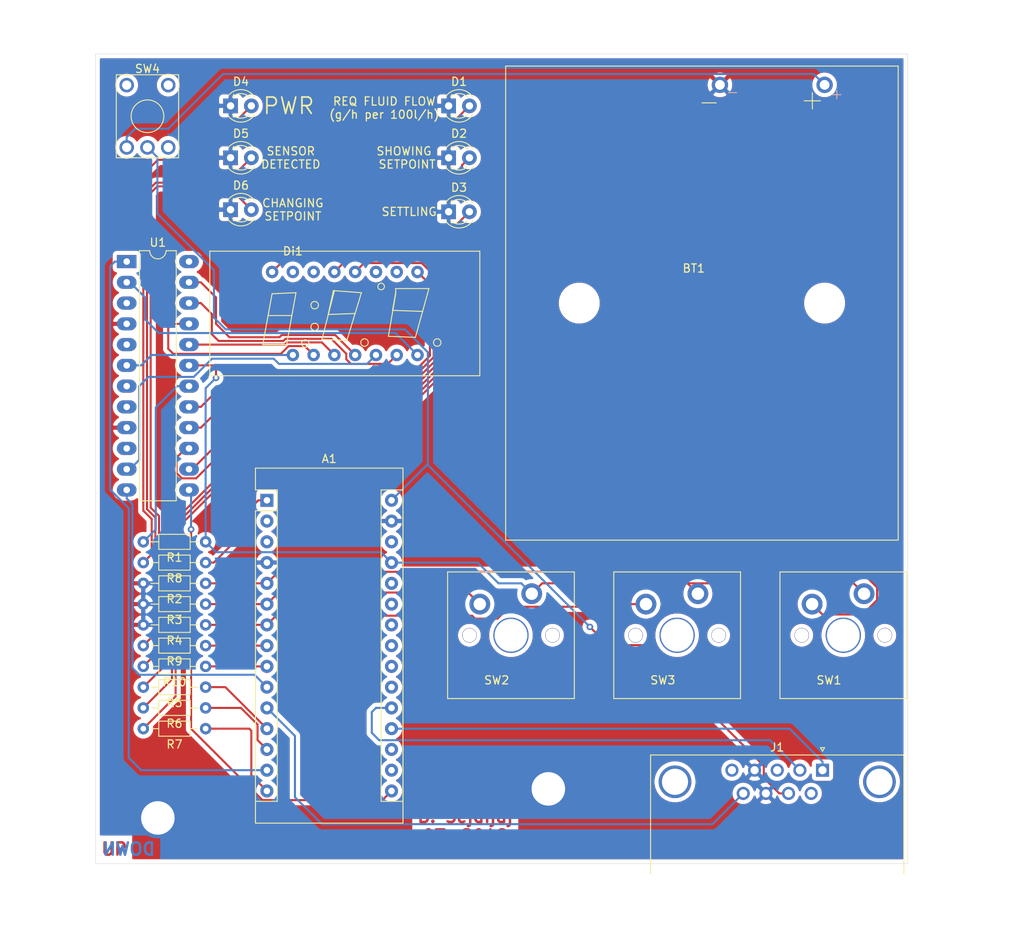
<source format=kicad_pcb>
(kicad_pcb (version 20171130) (host pcbnew "(5.1.0)-1")
  (layers (0 F.Cu signal) (31 B.Cu signal) (34 B.Paste user) (35 F.Paste user) (36 B.SilkS user) (37 F.SilkS user) (38 B.Mask user) (39 F.Mask user) (44 Edge.Cuts user))
  (net 0 "")
  (net 1 /D1)
  (net 2 +3V3)
  (net 3 "Net-(A1-Pad2)")
  (net 4 "Net-(A1-Pad18)")
  (net 5 "Net-(A1-Pad3)")
  (net 6 /A0)
  (net 7 GND)
  (net 8 /A1)
  (net 9 /D2)
  (net 10 "Net-(A1-Pad21)")
  (net 11 /D3)
  (net 12 "Net-(A1-Pad22)")
  (net 13 /D4)
  (net 14 "Net-(A1-Pad23)")
  (net 15 /D5)
  (net 16 "Net-(A1-Pad24)")
  (net 17 /D6)
  (net 18 "Net-(A1-Pad25)")
  (net 19 /D7)
  (net 20 "Net-(A1-Pad26)")
  (net 21 /D8)
  (net 22 +5V)
  (net 23 /D9)
  (net 24 "Net-(A1-Pad28)")
  (net 25 /D10)
  (net 26 /D11)
  (net 27 VCC)
  (net 28 /D12)
  (net 29 /D13)
  (net 30 "Net-(BT1-Pad1)")
  (net 31 "Net-(D1-Pad2)")
  (net 32 "Net-(D2-Pad2)")
  (net 33 "Net-(D3-Pad2)")
  (net 34 "Net-(D4-Pad2)")
  (net 35 "Net-(D5-Pad2)")
  (net 36 "Net-(D6-Pad2)")
  (net 37 /Di2)
  (net 38 /SE)
  (net 39 /SC)
  (net 40 /SD)
  (net 41 /Di1)
  (net 42 /SDP)
  (net 43 /Di0)
  (net 44 /SG)
  (net 45 "Net-(Di1-Pad9)")
  (net 46 "Net-(Di1-Pad10)")
  (net 47 /SB)
  (net 48 /SA)
  (net 49 "Net-(Di1-Pad13)")
  (net 50 "Net-(Di1-Pad14)")
  (net 51 /SF)
  (net 52 "Net-(J1-Pad3)")
  (net 53 "Net-(J1-Pad5)")
  (net 54 "Net-(J1-Pad6)")
  (net 55 "Net-(R1-Pad2)")
  (net 56 "Net-(U1-Pad3)")
  (net 57 "Net-(U1-Pad5)")
  (net 58 "Net-(U1-Pad7)")
  (net 59 "Net-(U1-Pad8)")
  (net 60 "Net-(U1-Pad10)")
  (net 61 "Net-(U1-Pad24)")
  (net 62 "Net-(SW4-Pad3)")
  (module Module:Arduino_Nano (layer F.Cu) (at 116.205 114.3)
    (fp_text reference A1 (at 7.62 -5.08) (layer F.SilkS))
    (fp_text value Arduino_Nano_v3.x)
    (pad 1 thru_hole rect (at 0 0) (size 1.6 1.6) (drill 0.8) (layers *.Cu *.Mask) (net 1 /D1))
    (pad 17 thru_hole oval (at 15.24 33.02) (size 1.6 1.6) (drill 0.8) (layers *.Cu *.Mask) (net 2 +3V3))
    (pad 2 thru_hole oval (at 0 2.54) (size 1.6 1.6) (drill 0.8) (layers *.Cu *.Mask) (net 3 "Net-(A1-Pad2)"))
    (pad 18 thru_hole oval (at 15.24 30.48) (size 1.6 1.6) (drill 0.8) (layers *.Cu *.Mask) (net 4 "Net-(A1-Pad18)"))
    (pad 3 thru_hole oval (at 0 5.08) (size 1.6 1.6) (drill 0.8) (layers *.Cu *.Mask) (net 5 "Net-(A1-Pad3)"))
    (pad 19 thru_hole oval (at 15.24 27.94) (size 1.6 1.6) (drill 0.8) (layers *.Cu *.Mask) (net 6 /A0))
    (pad 4 thru_hole oval (at 0 7.62) (size 1.6 1.6) (drill 0.8) (layers *.Cu *.Mask) (net 7 GND))
    (pad 20 thru_hole oval (at 15.24 25.4) (size 1.6 1.6) (drill 0.8) (layers *.Cu *.Mask) (net 8 /A1))
    (pad 5 thru_hole oval (at 0 10.16) (size 1.6 1.6) (drill 0.8) (layers *.Cu *.Mask) (net 9 /D2))
    (pad 21 thru_hole oval (at 15.24 22.86) (size 1.6 1.6) (drill 0.8) (layers *.Cu *.Mask) (net 10 "Net-(A1-Pad21)"))
    (pad 6 thru_hole oval (at 0 12.7) (size 1.6 1.6) (drill 0.8) (layers *.Cu *.Mask) (net 11 /D3))
    (pad 22 thru_hole oval (at 15.24 20.32) (size 1.6 1.6) (drill 0.8) (layers *.Cu *.Mask) (net 12 "Net-(A1-Pad22)"))
    (pad 7 thru_hole oval (at 0 15.24) (size 1.6 1.6) (drill 0.8) (layers *.Cu *.Mask) (net 13 /D4))
    (pad 23 thru_hole oval (at 15.24 17.78) (size 1.6 1.6) (drill 0.8) (layers *.Cu *.Mask) (net 14 "Net-(A1-Pad23)"))
    (pad 8 thru_hole oval (at 0 17.78) (size 1.6 1.6) (drill 0.8) (layers *.Cu *.Mask) (net 15 /D5))
    (pad 24 thru_hole oval (at 15.24 15.24) (size 1.6 1.6) (drill 0.8) (layers *.Cu *.Mask) (net 16 "Net-(A1-Pad24)"))
    (pad 9 thru_hole oval (at 0 20.32) (size 1.6 1.6) (drill 0.8) (layers *.Cu *.Mask) (net 17 /D6))
    (pad 25 thru_hole oval (at 15.24 12.7) (size 1.6 1.6) (drill 0.8) (layers *.Cu *.Mask) (net 18 "Net-(A1-Pad25)"))
    (pad 10 thru_hole oval (at 0 22.86) (size 1.6 1.6) (drill 0.8) (layers *.Cu *.Mask) (net 19 /D7))
    (pad 26 thru_hole oval (at 15.24 10.16) (size 1.6 1.6) (drill 0.8) (layers *.Cu *.Mask) (net 20 "Net-(A1-Pad26)"))
    (pad 11 thru_hole oval (at 0 25.4) (size 1.6 1.6) (drill 0.8) (layers *.Cu *.Mask) (net 21 /D8))
    (pad 27 thru_hole oval (at 15.24 7.62) (size 1.6 1.6) (drill 0.8) (layers *.Cu *.Mask) (net 22 +5V))
    (pad 12 thru_hole oval (at 0 27.94) (size 1.6 1.6) (drill 0.8) (layers *.Cu *.Mask) (net 23 /D9))
    (pad 28 thru_hole oval (at 15.24 5.08) (size 1.6 1.6) (drill 0.8) (layers *.Cu *.Mask) (net 24 "Net-(A1-Pad28)"))
    (pad 13 thru_hole oval (at 0 30.48) (size 1.6 1.6) (drill 0.8) (layers *.Cu *.Mask) (net 25 /D10))
    (pad 29 thru_hole oval (at 15.24 2.54) (size 1.6 1.6) (drill 0.8) (layers *.Cu *.Mask) (net 7 GND))
    (pad 14 thru_hole oval (at 0 33.02) (size 1.6 1.6) (drill 0.8) (layers *.Cu *.Mask) (net 26 /D11))
    (pad 30 thru_hole oval (at 15.24 0) (size 1.6 1.6) (drill 0.8) (layers *.Cu *.Mask) (net 27 VCC))
    (pad 15 thru_hole oval (at 0 35.56) (size 1.6 1.6) (drill 0.8) (layers *.Cu *.Mask) (net 28 /D12))
    (pad 16 thru_hole oval (at 15.24 35.56) (size 1.6 1.6) (drill 0.8) (layers *.Cu *.Mask) (net 29 /D13))
  )
  (module 00__Besi:BATT_PACK (layer F.Cu) (at 184.404 90.17 180)
    (fp_text reference BT1 (at 16 4.25 180) (layer F.SilkS))
    (fp_text value Battery)
    (pad 1 thru_hole circle (at 0 26.7 180) (size 2 2) (drill 1.2) (layers *.Cu *.Mask) (net 30 "Net-(BT1-Pad1)"))
    (pad 2 thru_hole circle (at 12.8 26.7 180) (size 2 2) (drill 1.2) (layers *.Cu *.Mask) (net 7 GND))
    (pad "" np_thru_hole circle (at 0 0 180) (size 4 4) (drill 4) (layers *.Cu *.Mask))
    (pad "" np_thru_hole circle (at 30 0 180) (size 4 4) (drill 4) (layers *.Cu *.Mask))
  )
  (module LED_THT:LED_D3.0mm (layer F.Cu) (at 138.43 66.04)
    (fp_text reference D1 (at 1.27 -2.96) (layer F.SilkS))
    (fp_text value LED)
    (pad 1 thru_hole rect (at 0 0) (size 1.8 1.8) (drill 0.9) (layers *.Cu *.Mask) (net 7 GND))
    (pad 2 thru_hole circle (at 2.54 0) (size 1.8 1.8) (drill 0.9) (layers *.Cu *.Mask) (net 31 "Net-(D1-Pad2)"))
  )
  (module LED_THT:LED_D3.0mm (layer F.Cu) (at 138.43 72.39)
    (fp_text reference D2 (at 1.27 -2.96) (layer F.SilkS))
    (fp_text value LED)
    (pad 2 thru_hole circle (at 2.54 0) (size 1.8 1.8) (drill 0.9) (layers *.Cu *.Mask) (net 32 "Net-(D2-Pad2)"))
    (pad 1 thru_hole rect (at 0 0) (size 1.8 1.8) (drill 0.9) (layers *.Cu *.Mask) (net 7 GND))
  )
  (module LED_THT:LED_D3.0mm (layer F.Cu) (at 138.43 78.994)
    (fp_text reference D3 (at 1.27 -2.96) (layer F.SilkS))
    (fp_text value LED)
    (pad 1 thru_hole rect (at 0 0) (size 1.8 1.8) (drill 0.9) (layers *.Cu *.Mask) (net 7 GND))
    (pad 2 thru_hole circle (at 2.54 0) (size 1.8 1.8) (drill 0.9) (layers *.Cu *.Mask) (net 33 "Net-(D3-Pad2)"))
  )
  (module LED_THT:LED_D3.0mm (layer F.Cu) (at 111.76 66.04)
    (fp_text reference D4 (at 1.27 -2.96) (layer F.SilkS))
    (fp_text value LED)
    (pad 2 thru_hole circle (at 2.54 0) (size 1.8 1.8) (drill 0.9) (layers *.Cu *.Mask) (net 34 "Net-(D4-Pad2)"))
    (pad 1 thru_hole rect (at 0 0) (size 1.8 1.8) (drill 0.9) (layers *.Cu *.Mask) (net 7 GND))
  )
  (module LED_THT:LED_D3.0mm (layer F.Cu) (at 111.76 72.39)
    (fp_text reference D5 (at 1.27 -2.96) (layer F.SilkS))
    (fp_text value LED)
    (pad 1 thru_hole rect (at 0 0) (size 1.8 1.8) (drill 0.9) (layers *.Cu *.Mask) (net 7 GND))
    (pad 2 thru_hole circle (at 2.54 0) (size 1.8 1.8) (drill 0.9) (layers *.Cu *.Mask) (net 35 "Net-(D5-Pad2)"))
  )
  (module LED_THT:LED_D3.0mm (layer F.Cu) (at 111.76 78.74)
    (fp_text reference D6 (at 1.27 -2.96) (layer F.SilkS))
    (fp_text value LED)
    (pad 2 thru_hole circle (at 2.54 0) (size 1.8 1.8) (drill 0.9) (layers *.Cu *.Mask) (net 36 "Net-(D6-Pad2)"))
    (pad 1 thru_hole rect (at 0 0) (size 1.8 1.8) (drill 0.9) (layers *.Cu *.Mask) (net 7 GND))
  )
  (module 00__Besi:HDSP-433G (layer F.Cu) (at 119.38 86.36)
    (fp_text reference Di1 (at 0 -2.54) (layer F.SilkS))
    (fp_text value HDSP-433G)
    (pad 1 thru_hole circle (at 0 10.16) (size 1.524 1.524) (drill 0.762) (layers *.Cu *.Mask) (net 37 /Di2))
    (pad 2 thru_hole circle (at 2.54 10.16) (size 1.524 1.524) (drill 0.762) (layers *.Cu *.Mask) (net 38 /SE))
    (pad 3 thru_hole circle (at 5.08 10.16) (size 1.524 1.524) (drill 0.762) (layers *.Cu *.Mask) (net 39 /SC))
    (pad 4 thru_hole circle (at 7.62 10.16) (size 1.524 1.524) (drill 0.762) (layers *.Cu *.Mask) (net 40 /SD))
    (pad 5 thru_hole circle (at 10.16 10.16) (size 1.524 1.524) (drill 0.762) (layers *.Cu *.Mask) (net 41 /Di1))
    (pad 6 thru_hole circle (at 12.7 10.16) (size 1.524 1.524) (drill 0.762) (layers *.Cu *.Mask) (net 42 /SDP))
    (pad 7 thru_hole circle (at 15.24 10.16) (size 1.524 1.524) (drill 0.762) (layers *.Cu *.Mask) (net 43 /Di0))
    (pad 8 thru_hole circle (at 15.24 0) (size 1.524 1.524) (drill 0.762) (layers *.Cu *.Mask) (net 44 /SG))
    (pad 9 thru_hole circle (at 12.7 0) (size 1.524 1.524) (drill 0.762) (layers *.Cu *.Mask) (net 45 "Net-(Di1-Pad9)"))
    (pad 10 thru_hole circle (at 10.16 0) (size 1.524 1.524) (drill 0.762) (layers *.Cu *.Mask) (net 46 "Net-(Di1-Pad10)"))
    (pad 11 thru_hole circle (at 7.62 0) (size 1.524 1.524) (drill 0.762) (layers *.Cu *.Mask) (net 47 /SB))
    (pad 12 thru_hole circle (at 5.08 0) (size 1.524 1.524) (drill 0.762) (layers *.Cu *.Mask) (net 48 /SA))
    (pad 13 thru_hole circle (at 2.54 0) (size 1.524 1.524) (drill 0.762) (layers *.Cu *.Mask) (net 49 "Net-(Di1-Pad13)"))
    (pad 14 thru_hole circle (at 0 0) (size 1.524 1.524) (drill 0.762) (layers *.Cu *.Mask) (net 50 "Net-(Di1-Pad14)"))
    (pad 15 thru_hole circle (at -2.54 0) (size 1.524 1.524) (drill 0.762) (layers *.Cu *.Mask) (net 51 /SF))
  )
  (module Connector_Dsub:DSUB-9_Female_Horizontal_P2.77x2.84mm_EdgePinOffset9.90mm_Housed_MountingHolesOffset11.32mm (layer F.Cu) (at 184.15 147.32)
    (fp_text reference J1 (at -5.54 -2.8) (layer F.SilkS))
    (fp_text value DB9_Female)
    (pad 1 thru_hole rect (at 0 0) (size 1.6 1.6) (drill 1) (layers *.Cu *.Mask) (net 6 /A0))
    (pad 2 thru_hole circle (at -2.77 0) (size 1.6 1.6) (drill 1) (layers *.Cu *.Mask) (net 8 /A1))
    (pad 3 thru_hole circle (at -5.54 0) (size 1.6 1.6) (drill 1) (layers *.Cu *.Mask) (net 52 "Net-(J1-Pad3)"))
    (pad 4 thru_hole circle (at -8.31 0) (size 1.6 1.6) (drill 1) (layers *.Cu *.Mask) (net 7 GND))
    (pad 5 thru_hole circle (at -11.08 0) (size 1.6 1.6) (drill 1) (layers *.Cu *.Mask) (net 53 "Net-(J1-Pad5)"))
    (pad 6 thru_hole circle (at -1.385 2.84) (size 1.6 1.6) (drill 1) (layers *.Cu *.Mask) (net 54 "Net-(J1-Pad6)"))
    (pad 7 thru_hole circle (at -4.155 2.84) (size 1.6 1.6) (drill 1) (layers *.Cu *.Mask) (net 27 VCC))
    (pad 8 thru_hole circle (at -6.925 2.84) (size 1.6 1.6) (drill 1) (layers *.Cu *.Mask) (net 7 GND))
    (pad 9 thru_hole circle (at -9.695 2.84) (size 1.6 1.6) (drill 1) (layers *.Cu *.Mask) (net 21 /D8))
    (pad 0 thru_hole circle (at -18.04 1.42) (size 4 4) (drill 3.2) (layers *.Cu *.Mask))
    (pad 0 thru_hole circle (at 6.96 1.42) (size 4 4) (drill 3.2) (layers *.Cu *.Mask))
  )
  (module Resistor_THT:R_Axial_DIN0204_L3.6mm_D1.6mm_P7.62mm_Horizontal (layer F.Cu) (at 108.712 119.38 180)
    (fp_text reference R1 (at 3.81 -1.92 180) (layer F.SilkS))
    (fp_text value 30k)
    (pad 1 thru_hole circle (at 0 0 180) (size 1.4 1.4) (drill 0.7) (layers *.Cu *.Mask) (net 22 +5V))
    (pad 2 thru_hole oval (at 7.62 0 180) (size 1.4 1.4) (drill 0.7) (layers *.Cu *.Mask) (net 55 "Net-(R1-Pad2)"))
  )
  (module Resistor_THT:R_Axial_DIN0204_L3.6mm_D1.6mm_P7.62mm_Horizontal (layer F.Cu) (at 108.712 124.46 180)
    (fp_text reference R2 (at 3.81 -1.92 180) (layer F.SilkS))
    (fp_text value R)
    (pad 1 thru_hole circle (at 0 0 180) (size 1.4 1.4) (drill 0.7) (layers *.Cu *.Mask) (net 9 /D2))
    (pad 2 thru_hole oval (at 7.62 0 180) (size 1.4 1.4) (drill 0.7) (layers *.Cu *.Mask) (net 7 GND))
  )
  (module Resistor_THT:R_Axial_DIN0204_L3.6mm_D1.6mm_P7.62mm_Horizontal (layer F.Cu) (at 108.712 127 180)
    (fp_text reference R3 (at 3.81 -1.92 180) (layer F.SilkS))
    (fp_text value R)
    (pad 2 thru_hole oval (at 7.62 0 180) (size 1.4 1.4) (drill 0.7) (layers *.Cu *.Mask) (net 7 GND))
    (pad 1 thru_hole circle (at 0 0 180) (size 1.4 1.4) (drill 0.7) (layers *.Cu *.Mask) (net 11 /D3))
  )
  (module Resistor_THT:R_Axial_DIN0204_L3.6mm_D1.6mm_P7.62mm_Horizontal (layer F.Cu) (at 108.712 129.54 180)
    (fp_text reference R4 (at 3.81 -1.92 180) (layer F.SilkS))
    (fp_text value R)
    (pad 1 thru_hole circle (at 0 0 180) (size 1.4 1.4) (drill 0.7) (layers *.Cu *.Mask) (net 13 /D4))
    (pad 2 thru_hole oval (at 7.62 0 180) (size 1.4 1.4) (drill 0.7) (layers *.Cu *.Mask) (net 7 GND))
  )
  (module Resistor_THT:R_Axial_DIN0204_L3.6mm_D1.6mm_P7.62mm_Horizontal (layer F.Cu) (at 108.712 137.16 180)
    (fp_text reference R5 (at 3.81 -1.92 180) (layer F.SilkS))
    (fp_text value R)
    (pad 2 thru_hole oval (at 7.62 0 180) (size 1.4 1.4) (drill 0.7) (layers *.Cu *.Mask) (net 31 "Net-(D1-Pad2)"))
    (pad 1 thru_hole circle (at 0 0 180) (size 1.4 1.4) (drill 0.7) (layers *.Cu *.Mask) (net 23 /D9))
  )
  (module Resistor_THT:R_Axial_DIN0204_L3.6mm_D1.6mm_P7.62mm_Horizontal (layer F.Cu) (at 108.712 139.7 180)
    (fp_text reference R6 (at 3.81 -1.92 180) (layer F.SilkS))
    (fp_text value R)
    (pad 1 thru_hole circle (at 0 0 180) (size 1.4 1.4) (drill 0.7) (layers *.Cu *.Mask) (net 25 /D10))
    (pad 2 thru_hole oval (at 7.62 0 180) (size 1.4 1.4) (drill 0.7) (layers *.Cu *.Mask) (net 32 "Net-(D2-Pad2)"))
  )
  (module Resistor_THT:R_Axial_DIN0204_L3.6mm_D1.6mm_P7.62mm_Horizontal (layer F.Cu) (at 108.712 142.24 180)
    (fp_text reference R7 (at 3.81 -1.92 180) (layer F.SilkS))
    (fp_text value R)
    (pad 2 thru_hole oval (at 7.62 0 180) (size 1.4 1.4) (drill 0.7) (layers *.Cu *.Mask) (net 33 "Net-(D3-Pad2)"))
    (pad 1 thru_hole circle (at 0 0 180) (size 1.4 1.4) (drill 0.7) (layers *.Cu *.Mask) (net 28 /D12))
  )
  (module Resistor_THT:R_Axial_DIN0204_L3.6mm_D1.6mm_P7.62mm_Horizontal (layer F.Cu) (at 108.712 121.92 180)
    (fp_text reference R8 (at 3.81 -1.92 180) (layer F.SilkS))
    (fp_text value R)
    (pad 2 thru_hole oval (at 7.62 0 180) (size 1.4 1.4) (drill 0.7) (layers *.Cu *.Mask) (net 34 "Net-(D4-Pad2)"))
    (pad 1 thru_hole circle (at 0 0 180) (size 1.4 1.4) (drill 0.7) (layers *.Cu *.Mask) (net 1 /D1))
  )
  (module Resistor_THT:R_Axial_DIN0204_L3.6mm_D1.6mm_P7.62mm_Horizontal (layer F.Cu) (at 108.712 132.08 180)
    (fp_text reference R9 (at 3.81 -1.92 180) (layer F.SilkS))
    (fp_text value R)
    (pad 1 thru_hole circle (at 0 0 180) (size 1.4 1.4) (drill 0.7) (layers *.Cu *.Mask) (net 15 /D5))
    (pad 2 thru_hole oval (at 7.62 0 180) (size 1.4 1.4) (drill 0.7) (layers *.Cu *.Mask) (net 35 "Net-(D5-Pad2)"))
  )
  (module Resistor_THT:R_Axial_DIN0204_L3.6mm_D1.6mm_P7.62mm_Horizontal (layer F.Cu) (at 108.712 134.62 180)
    (fp_text reference R10 (at 3.81 -1.92 180) (layer F.SilkS))
    (fp_text value R)
    (pad 2 thru_hole oval (at 7.62 0 180) (size 1.4 1.4) (drill 0.7) (layers *.Cu *.Mask) (net 36 "Net-(D6-Pad2)"))
    (pad 1 thru_hole circle (at 0 0 180) (size 1.4 1.4) (drill 0.7) (layers *.Cu *.Mask) (net 17 /D6))
  )
  (module 00__Besi:CHERRY_MX (layer F.Cu) (at 186.69 130.81)
    (fp_text reference SW1 (at -1.75 5.5) (layer F.SilkS))
    (fp_text value Button)
    (pad "" np_thru_hole circle (at 0 0) (size 4.318 4.318) (drill 3.9878) (layers *.Cu *.Mask))
    (pad 1 thru_hole circle (at 2.54 -5.08) (size 2.54 2.54) (drill 1.524) (layers *.Cu *.Mask) (net 22 +5V))
    (pad 2 thru_hole circle (at -3.81 -3.81) (size 2.54 2.54) (drill 1.524) (layers *.Cu *.Mask) (net 9 /D2))
    (pad "" np_thru_hole circle (at 5.08 0) (size 1.778 1.778) (drill 1.7018) (layers *.Cu *.Mask))
    (pad "" np_thru_hole circle (at -5.08 0) (size 1.778 1.778) (drill 1.7018) (layers *.Cu *.Mask))
  )
  (module 00__Besi:CHERRY_MX (layer F.Cu) (at 146.05 130.81)
    (fp_text reference SW2 (at -1.75 5.5) (layer F.SilkS))
    (fp_text value Button)
    (pad "" np_thru_hole circle (at -5.08 0) (size 1.778 1.778) (drill 1.7018) (layers *.Cu *.Mask))
    (pad "" np_thru_hole circle (at 5.08 0) (size 1.778 1.778) (drill 1.7018) (layers *.Cu *.Mask))
    (pad 2 thru_hole circle (at -3.81 -3.81) (size 2.54 2.54) (drill 1.524) (layers *.Cu *.Mask) (net 11 /D3))
    (pad 1 thru_hole circle (at 2.54 -5.08) (size 2.54 2.54) (drill 1.524) (layers *.Cu *.Mask) (net 22 +5V))
    (pad "" np_thru_hole circle (at 0 0) (size 4.318 4.318) (drill 3.9878) (layers *.Cu *.Mask))
  )
  (module 00__Besi:CHERRY_MX (layer F.Cu) (at 166.37 130.81)
    (fp_text reference SW3 (at -1.75 5.5) (layer F.SilkS))
    (fp_text value Button)
    (pad "" np_thru_hole circle (at 0 0) (size 4.318 4.318) (drill 3.9878) (layers *.Cu *.Mask))
    (pad 1 thru_hole circle (at 2.54 -5.08) (size 2.54 2.54) (drill 1.524) (layers *.Cu *.Mask) (net 22 +5V))
    (pad 2 thru_hole circle (at -3.81 -3.81) (size 2.54 2.54) (drill 1.524) (layers *.Cu *.Mask) (net 13 /D4))
    (pad "" np_thru_hole circle (at 5.08 0) (size 1.778 1.778) (drill 1.7018) (layers *.Cu *.Mask))
    (pad "" np_thru_hole circle (at -5.08 0) (size 1.778 1.778) (drill 1.7018) (layers *.Cu *.Mask))
  )
  (module Button_Switch_THT:KSA_Tactile_SPST (layer F.Cu) (at 99.06 63.5)
    (fp_text reference SW4 (at 2.54 -2) (layer F.SilkS))
    (fp_text value PWR_SW)
    (pad 1 thru_hole circle (at 0 0) (size 1.778 1.778) (drill 1.143) (layers *.Cu *.Mask))
    (pad 2 thru_hole circle (at 5.08 0) (size 1.778 1.778) (drill 1.143) (layers *.Cu *.Mask))
    (pad 3 thru_hole circle (at 5.08 7.62) (size 1.778 1.778) (drill 1.143) (layers *.Cu *.Mask) (net 62 "Net-(SW4-Pad3)"))
    (pad 4 thru_hole circle (at 2.54 7.62) (size 1.778 1.778) (drill 1.143) (layers *.Cu *.Mask) (net 27 VCC))
    (pad 5 thru_hole circle (at 0 7.62) (size 1.778 1.778) (drill 1.143) (layers *.Cu *.Mask) (net 30 "Net-(BT1-Pad1)"))
  )
  (module Package_DIP:DIP-24_W7.62mm_LongPads (layer F.Cu) (at 99.06 85.09)
    (fp_text reference U1 (at 3.81 -2.33) (layer F.SilkS))
    (fp_text value MAX7221)
    (pad 1 thru_hole rect (at 0 0) (size 2.4 1.6) (drill 0.8) (layers *.Cu *.Mask) (net 26 /D11))
    (pad 13 thru_hole oval (at 7.62 27.94) (size 2.4 1.6) (drill 0.8) (layers *.Cu *.Mask) (net 29 /D13))
    (pad 2 thru_hole oval (at 0 2.54) (size 2.4 1.6) (drill 0.8) (layers *.Cu *.Mask) (net 43 /Di0))
    (pad 14 thru_hole oval (at 7.62 25.4) (size 2.4 1.6) (drill 0.8) (layers *.Cu *.Mask) (net 48 /SA))
    (pad 3 thru_hole oval (at 0 5.08) (size 2.4 1.6) (drill 0.8) (layers *.Cu *.Mask) (net 56 "Net-(U1-Pad3)"))
    (pad 15 thru_hole oval (at 7.62 22.86) (size 2.4 1.6) (drill 0.8) (layers *.Cu *.Mask) (net 51 /SF))
    (pad 4 thru_hole oval (at 0 7.62) (size 2.4 1.6) (drill 0.8) (layers *.Cu *.Mask) (net 7 GND))
    (pad 16 thru_hole oval (at 7.62 20.32) (size 2.4 1.6) (drill 0.8) (layers *.Cu *.Mask) (net 47 /SB))
    (pad 5 thru_hole oval (at 0 10.16) (size 2.4 1.6) (drill 0.8) (layers *.Cu *.Mask) (net 57 "Net-(U1-Pad5)"))
    (pad 17 thru_hole oval (at 7.62 17.78) (size 2.4 1.6) (drill 0.8) (layers *.Cu *.Mask) (net 44 /SG))
    (pad 6 thru_hole oval (at 0 12.7) (size 2.4 1.6) (drill 0.8) (layers *.Cu *.Mask) (net 37 /Di2))
    (pad 18 thru_hole oval (at 7.62 15.24) (size 2.4 1.6) (drill 0.8) (layers *.Cu *.Mask) (net 55 "Net-(R1-Pad2)"))
    (pad 7 thru_hole oval (at 0 15.24) (size 2.4 1.6) (drill 0.8) (layers *.Cu *.Mask) (net 58 "Net-(U1-Pad7)"))
    (pad 19 thru_hole oval (at 7.62 12.7) (size 2.4 1.6) (drill 0.8) (layers *.Cu *.Mask) (net 22 +5V))
    (pad 8 thru_hole oval (at 0 17.78) (size 2.4 1.6) (drill 0.8) (layers *.Cu *.Mask) (net 59 "Net-(U1-Pad8)"))
    (pad 20 thru_hole oval (at 7.62 10.16) (size 2.4 1.6) (drill 0.8) (layers *.Cu *.Mask) (net 39 /SC))
    (pad 9 thru_hole oval (at 0 20.32) (size 2.4 1.6) (drill 0.8) (layers *.Cu *.Mask) (net 7 GND))
    (pad 21 thru_hole oval (at 7.62 7.62) (size 2.4 1.6) (drill 0.8) (layers *.Cu *.Mask) (net 38 /SE))
    (pad 10 thru_hole oval (at 0 22.86) (size 2.4 1.6) (drill 0.8) (layers *.Cu *.Mask) (net 60 "Net-(U1-Pad10)"))
    (pad 22 thru_hole oval (at 7.62 5.08) (size 2.4 1.6) (drill 0.8) (layers *.Cu *.Mask) (net 42 /SDP))
    (pad 11 thru_hole oval (at 0 25.4) (size 2.4 1.6) (drill 0.8) (layers *.Cu *.Mask) (net 41 /Di1))
    (pad 23 thru_hole oval (at 7.62 2.54) (size 2.4 1.6) (drill 0.8) (layers *.Cu *.Mask) (net 40 /SD))
    (pad 12 thru_hole oval (at 0 27.94) (size 2.4 1.6) (drill 0.8) (layers *.Cu *.Mask) (net 19 /D7))
    (pad 24 thru_hole oval (at 7.62 0) (size 2.4 1.6) (drill 0.8) (layers *.Cu *.Mask) (net 61 "Net-(U1-Pad24)"))
  )
  (gr_text "SHOWING \nSETPOINT" (at 133.35 72.39) (layer F.SilkS) (effects (font (size 1 1))))
  (gr_text "REQ FLUID FLOW\n(g/h per 100l/h)" (at 130.556 66.294) (layer F.SilkS) (effects (font (size 1 1))))
  (gr_text SETTLING (at 133.604 78.994) (layer F.SilkS) (effects (font (size 1 1))))
  (gr_text "CHANGING\nSETPOINT" (at 119.38 78.74) (layer F.SilkS) (effects (font (size 1 1))))
  (gr_text "SENSOR\nDETECTED" (at 119.126 72.39) (layer F.SilkS) (effects (font (size 1 1))))
  (gr_text PWR (at 118.872 66.04) (layer F.SilkS) (effects (font (size 2 2) (thickness 0.2))))
  (gr_text DOWN (at 99.314 156.972) (layer B.Cu) (effects (font (size 1.5 1.5) (thickness 0.3)) (justify mirror)))
  (gr_text UP (at 97.536 156.972) (layer F.Cu) (effects (font (size 1.5 1.5) (thickness 0.3))))
  (gr_text "B. Sejdijaj\n07-2019" (at 140.462 154.178) (layer F.Cu) (effects (font (size 1.5 1.5) (thickness 0.3))))
  (gr_line (start 95.25 59.69) (end 194.58 59.69) (layer Edge.Cuts) (width 0.05))
  (gr_line (start 95.25 158.75) (end 95.25 59.69) (layer Edge.Cuts) (width 0.05))
  (gr_line (start 194.58 158.75) (end 194.58 59.69) (layer Edge.Cuts) (width 0.05))
  (gr_line (start 95.25 158.75) (end 194.58 158.75) (layer Edge.Cuts) (width 0.05))
  (segment (start 109.701949 121.92) (end 112.776 118.845949) (width 0.25) (layer F.Cu) (net 1))
  (segment (start 108.712 121.92) (end 109.701949 121.92) (width 0.25) (layer F.Cu) (net 1))
  (segment (start 115.155 114.3) (end 116.205 114.3) (width 0.25) (layer F.Cu) (net 1))
  (segment (start 112.776 116.679) (end 115.155 114.3) (width 0.25) (layer F.Cu) (net 1))
  (segment (start 112.776 118.845949) (end 112.776 116.679) (width 0.25) (layer F.Cu) (net 1))
  (segment (start 184.15 146.27) (end 184.15 147.32) (width 0.25) (layer B.Cu) (net 6))
  (segment (start 180.12 142.24) (end 184.15 146.27) (width 0.25) (layer B.Cu) (net 6))
  (segment (start 131.445 142.24) (end 180.12 142.24) (width 0.25) (layer B.Cu) (net 6))
  (via (at 102.87 153.162) (size 5) (drill 4.1) (layers F.Cu B.Cu) (net 7))
  (via (at 150.622 149.606) (size 5) (drill 4.1) (layers F.Cu B.Cu) (net 7))
  (segment (start 177.714999 143.654999) (end 129.938999 143.654999) (width 0.25) (layer B.Cu) (net 8))
  (segment (start 181.38 147.32) (end 177.714999 143.654999) (width 0.25) (layer B.Cu) (net 8))
  (segment (start 129.938999 143.654999) (end 129.032 142.748) (width 0.25) (layer B.Cu) (net 8))
  (segment (start 129.032 142.748) (end 129.032 140.208) (width 0.25) (layer B.Cu) (net 8))
  (segment (start 129.54 139.7) (end 131.445 139.7) (width 0.25) (layer B.Cu) (net 8))
  (segment (start 129.032 140.208) (end 129.54 139.7) (width 0.25) (layer B.Cu) (net 8))
  (segment (start 108.712 124.46) (end 116.205 124.46) (width 0.25) (layer F.Cu) (net 9))
  (segment (start 184.149999 128.269999) (end 182.88 127) (width 0.25) (layer F.Cu) (net 9))
  (segment (start 190.825001 126.495601) (end 189.050603 128.269999) (width 0.25) (layer F.Cu) (net 9))
  (segment (start 189.050603 128.269999) (end 184.149999 128.269999) (width 0.25) (layer F.Cu) (net 9))
  (segment (start 190.825001 124.964399) (end 190.825001 126.495601) (width 0.25) (layer F.Cu) (net 9))
  (segment (start 188.905603 123.045001) (end 190.825001 124.964399) (width 0.25) (layer F.Cu) (net 9))
  (segment (start 117.619999 123.045001) (end 188.905603 123.045001) (width 0.25) (layer F.Cu) (net 9))
  (segment (start 116.205 124.46) (end 117.619999 123.045001) (width 0.25) (layer F.Cu) (net 9))
  (segment (start 108.712 127) (end 116.205 127) (width 0.25) (layer F.Cu) (net 11))
  (segment (start 140.970001 125.730001) (end 142.24 127) (width 0.25) (layer F.Cu) (net 11))
  (segment (start 140.825001 125.585001) (end 140.970001 125.730001) (width 0.25) (layer F.Cu) (net 11))
  (segment (start 117.619999 125.585001) (end 140.825001 125.585001) (width 0.25) (layer F.Cu) (net 11))
  (segment (start 116.205 127) (end 117.619999 125.585001) (width 0.25) (layer F.Cu) (net 11))
  (segment (start 108.712 129.54) (end 116.205 129.54) (width 0.25) (layer F.Cu) (net 13))
  (segment (start 160.763949 127) (end 162.56 127) (width 0.25) (layer F.Cu) (net 13))
  (segment (start 160.438948 127.325001) (end 160.763949 127) (width 0.25) (layer F.Cu) (net 13))
  (segment (start 145.858677 127.325001) (end 160.438948 127.325001) (width 0.25) (layer F.Cu) (net 13))
  (segment (start 144.405678 128.778) (end 145.858677 127.325001) (width 0.25) (layer F.Cu) (net 13))
  (segment (start 141.657398 128.778) (end 144.405678 128.778) (width 0.25) (layer F.Cu) (net 13))
  (segment (start 141.294397 128.414999) (end 141.657398 128.778) (width 0.25) (layer F.Cu) (net 13))
  (segment (start 117.330001 128.414999) (end 141.294397 128.414999) (width 0.25) (layer F.Cu) (net 13))
  (segment (start 116.205 129.54) (end 117.330001 128.414999) (width 0.25) (layer F.Cu) (net 13))
  (segment (start 108.712 132.08) (end 116.205 132.08) (width 0.25) (layer F.Cu) (net 15))
  (segment (start 108.712 134.62) (end 116.205 134.62) (width 0.25) (layer F.Cu) (net 17))
  (segment (start 116.205 137.16) (end 114.690001 135.645001) (width 0.25) (layer B.Cu) (net 19))
  (segment (start 100.599999 135.645001) (end 99.76401 134.809012) (width 0.25) (layer B.Cu) (net 19))
  (segment (start 114.690001 135.645001) (end 100.599999 135.645001) (width 0.25) (layer B.Cu) (net 19))
  (segment (start 99.06 114.08) (end 99.06 113.03) (width 0.25) (layer B.Cu) (net 19))
  (segment (start 99.76401 114.78401) (end 99.06 114.08) (width 0.25) (layer B.Cu) (net 19))
  (segment (start 99.76401 134.809012) (end 99.76401 114.78401) (width 0.25) (layer B.Cu) (net 19))
  (segment (start 116.205 139.7) (end 119.634 143.129) (width 0.25) (layer B.Cu) (net 21))
  (segment (start 119.634 143.129) (end 119.634 150.622) (width 0.25) (layer B.Cu) (net 21))
  (segment (start 119.634 150.622) (end 122.936 153.924) (width 0.25) (layer B.Cu) (net 21))
  (segment (start 170.691 153.924) (end 174.455 150.16) (width 0.25) (layer B.Cu) (net 21))
  (segment (start 122.936 153.924) (end 170.691 153.924) (width 0.25) (layer B.Cu) (net 21))
  (segment (start 187.960001 124.460001) (end 189.23 125.73) (width 0.25) (layer F.Cu) (net 22))
  (segment (start 148.59 125.73) (end 149.859999 124.460001) (width 0.25) (layer F.Cu) (net 22))
  (segment (start 168.91 125.73) (end 167.640001 124.460001) (width 0.25) (layer F.Cu) (net 22))
  (segment (start 149.859999 124.460001) (end 167.385999 124.460001) (width 0.25) (layer F.Cu) (net 22))
  (segment (start 167.640001 124.460001) (end 167.385999 124.460001) (width 0.25) (layer F.Cu) (net 22))
  (segment (start 167.385999 124.460001) (end 187.960001 124.460001) (width 0.25) (layer F.Cu) (net 22))
  (segment (start 147.320001 124.460001) (end 144.526001 124.460001) (width 0.25) (layer B.Cu) (net 22))
  (segment (start 148.59 125.73) (end 147.320001 124.460001) (width 0.25) (layer B.Cu) (net 22))
  (segment (start 141.986 121.92) (end 131.445 121.92) (width 0.25) (layer B.Cu) (net 22))
  (segment (start 144.526001 124.460001) (end 141.986 121.92) (width 0.25) (layer B.Cu) (net 22))
  (segment (start 109.982 120.65) (end 108.712 119.38) (width 0.25) (layer B.Cu) (net 22))
  (segment (start 131.445 121.92) (end 130.175 120.65) (width 0.25) (layer B.Cu) (net 22))
  (segment (start 130.175 120.65) (end 109.982 120.65) (width 0.25) (layer B.Cu) (net 22))
  (segment (start 108.712 119.38) (end 108.712 100.584) (width 0.25) (layer B.Cu) (net 22))
  (segment (start 108.712 100.584) (end 109.982 99.314) (width 0.25) (layer B.Cu) (net 22))
  (segment (start 109.982 99.314) (end 109.982 99.314) (width 0.25) (layer B.Cu) (net 22))
  (via (at 109.982 99.314) (size 0.8) (drill 0.4) (layers F.Cu B.Cu) (net 22))
  (segment (start 109.982 99.314) (end 109.982 98.044) (width 0.25) (layer F.Cu) (net 22))
  (segment (start 109.728 97.79) (end 106.68 97.79) (width 0.25) (layer F.Cu) (net 22))
  (segment (start 109.982 98.044) (end 109.728 97.79) (width 0.25) (layer F.Cu) (net 22))
  (segment (start 111.125 137.16) (end 108.712 137.16) (width 0.25) (layer F.Cu) (net 23))
  (segment (start 116.205 142.24) (end 111.125 137.16) (width 0.25) (layer F.Cu) (net 23))
  (segment (start 115.062 143.637) (end 116.205 144.78) (width 0.25) (layer F.Cu) (net 25))
  (segment (start 115.062 141.73341) (end 115.062 143.637) (width 0.25) (layer F.Cu) (net 25))
  (segment (start 108.712 139.7) (end 113.02859 139.7) (width 0.25) (layer F.Cu) (net 25))
  (segment (start 113.02859 139.7) (end 115.062 141.73341) (width 0.25) (layer F.Cu) (net 25))
  (segment (start 97.61 85.09) (end 97.028 85.672) (width 0.25) (layer B.Cu) (net 26))
  (segment (start 99.06 85.09) (end 97.61 85.09) (width 0.25) (layer B.Cu) (net 26))
  (segment (start 97.028 112.989004) (end 99.314 115.275004) (width 0.25) (layer B.Cu) (net 26))
  (segment (start 97.028 85.672) (end 97.028 112.989004) (width 0.25) (layer B.Cu) (net 26))
  (segment (start 99.314 115.275004) (end 99.314 145.796) (width 0.25) (layer B.Cu) (net 26))
  (segment (start 100.838 147.32) (end 116.205 147.32) (width 0.25) (layer B.Cu) (net 26))
  (segment (start 99.314 145.796) (end 100.838 147.32) (width 0.25) (layer B.Cu) (net 26))
  (segment (start 135.89 96.181238) (end 135.89 109.855) (width 0.25) (layer B.Cu) (net 27))
  (segment (start 133.093762 93.385) (end 135.89 96.181238) (width 0.25) (layer B.Cu) (net 27))
  (segment (start 102.814001 79.232997) (end 109.728 86.146996) (width 0.25) (layer B.Cu) (net 27))
  (segment (start 109.728 86.146996) (end 109.728 91.948) (width 0.25) (layer B.Cu) (net 27))
  (segment (start 109.728 91.948) (end 111.165 93.385) (width 0.25) (layer B.Cu) (net 27))
  (segment (start 111.165 93.385) (end 133.093762 93.385) (width 0.25) (layer B.Cu) (net 27))
  (segment (start 102.814001 72.334001) (end 101.6 71.12) (width 0.25) (layer B.Cu) (net 27))
  (segment (start 102.814001 79.232997) (end 102.814001 72.334001) (width 0.25) (layer B.Cu) (net 27))
  (segment (start 162.209003 132.024001) (end 157.932001 132.024001) (width 0.25) (layer F.Cu) (net 27))
  (segment (start 176.965001 146.779999) (end 162.209003 132.024001) (width 0.25) (layer F.Cu) (net 27))
  (segment (start 176.965001 148.261371) (end 176.965001 146.779999) (width 0.25) (layer F.Cu) (net 27))
  (segment (start 179.995 150.16) (end 178.86363 150.16) (width 0.25) (layer F.Cu) (net 27))
  (segment (start 178.86363 150.16) (end 176.965001 148.261371) (width 0.25) (layer F.Cu) (net 27))
  (segment (start 157.932001 132.024001) (end 155.702 129.794) (width 0.25) (layer F.Cu) (net 27))
  (segment (start 155.702 129.794) (end 155.702 129.794) (width 0.25) (layer F.Cu) (net 27))
  (via (at 155.702 129.794) (size 0.8) (drill 0.4) (layers F.Cu B.Cu) (net 27))
  (segment (start 140.208 114.3) (end 135.8265 109.9185) (width 0.25) (layer B.Cu) (net 27))
  (segment (start 155.702 129.794) (end 140.208 114.3) (width 0.25) (layer B.Cu) (net 27))
  (segment (start 135.89 109.855) (end 135.8265 109.9185) (width 0.25) (layer B.Cu) (net 27))
  (segment (start 135.8265 109.9185) (end 131.445 114.3) (width 0.25) (layer B.Cu) (net 27))
  (segment (start 108.712 142.24) (end 114.046 142.24) (width 0.25) (layer F.Cu) (net 28))
  (segment (start 114.046 142.24) (end 114.3 142.494) (width 0.25) (layer F.Cu) (net 28))
  (segment (start 114.3 147.955) (end 116.205 149.86) (width 0.25) (layer F.Cu) (net 28))
  (segment (start 114.3 142.494) (end 114.3 147.955) (width 0.25) (layer F.Cu) (net 28))
  (segment (start 115.664999 150.985001) (end 106.934 142.254002) (width 0.25) (layer F.Cu) (net 29))
  (segment (start 131.445 149.86) (end 130.319999 150.985001) (width 0.25) (layer F.Cu) (net 29))
  (segment (start 130.319999 150.985001) (end 115.664999 150.985001) (width 0.25) (layer F.Cu) (net 29))
  (segment (start 106.934 142.254002) (end 106.934 117.856) (width 0.25) (layer F.Cu) (net 29))
  (segment (start 106.934 117.856) (end 106.934 117.856) (width 0.25) (layer F.Cu) (net 29))
  (via (at 106.934 117.856) (size 0.8) (drill 0.4) (layers F.Cu B.Cu) (net 29))
  (segment (start 106.934 113.284) (end 106.68 113.03) (width 0.25) (layer B.Cu) (net 29))
  (segment (start 106.934 117.856) (end 106.934 113.284) (width 0.25) (layer B.Cu) (net 29))
  (segment (start 183.078999 62.144999) (end 110.829001 62.144999) (width 0.25) (layer B.Cu) (net 30))
  (segment (start 184.404 63.47) (end 183.078999 62.144999) (width 0.25) (layer B.Cu) (net 30))
  (segment (start 110.829001 62.144999) (end 104.14 68.834) (width 0.25) (layer B.Cu) (net 30))
  (segment (start 100.088765 68.834) (end 104.14 68.834) (width 0.25) (layer B.Cu) (net 30))
  (segment (start 99.06 69.862765) (end 100.088765 68.834) (width 0.25) (layer B.Cu) (net 30))
  (segment (start 99.06 71.12) (end 99.06 69.862765) (width 0.25) (layer B.Cu) (net 30))
  (segment (start 104.14 134.112) (end 101.092 137.16) (width 0.25) (layer F.Cu) (net 31))
  (segment (start 104.14 117.561004) (end 104.14 134.112) (width 0.25) (layer F.Cu) (net 31))
  (segment (start 110.909225 110.791779) (end 104.14 117.561004) (width 0.25) (layer F.Cu) (net 31))
  (segment (start 113.139191 102.310039) (end 110.909225 104.540005) (width 0.25) (layer F.Cu) (net 31))
  (segment (start 135.89 71.12) (end 135.89 84.112008) (width 0.25) (layer F.Cu) (net 31))
  (segment (start 135.89 84.112008) (end 137.94404 86.166048) (width 0.25) (layer F.Cu) (net 31))
  (segment (start 140.97 66.04) (end 135.89 71.12) (width 0.25) (layer F.Cu) (net 31))
  (segment (start 110.909225 104.540005) (end 110.909225 110.791779) (width 0.25) (layer F.Cu) (net 31))
  (segment (start 137.94404 86.166048) (end 137.944037 97.350365) (width 0.25) (layer F.Cu) (net 31))
  (segment (start 137.944037 97.350365) (end 132.984363 102.310039) (width 0.25) (layer F.Cu) (net 31))
  (segment (start 132.984363 102.310039) (end 113.139191 102.310039) (width 0.25) (layer F.Cu) (net 31))
  (segment (start 140.070001 73.543999) (end 136.34001 77.27399) (width 0.25) (layer F.Cu) (net 32))
  (segment (start 140.97 72.39) (end 140.070001 73.289999) (width 0.25) (layer F.Cu) (net 32))
  (segment (start 140.070001 73.289999) (end 140.070001 73.543999) (width 0.25) (layer F.Cu) (net 32))
  (segment (start 136.34001 77.27399) (end 136.34001 83.925608) (width 0.25) (layer F.Cu) (net 32))
  (segment (start 136.34001 83.925608) (end 138.39405 85.979648) (width 0.25) (layer F.Cu) (net 32))
  (segment (start 138.39405 85.979648) (end 138.394046 97.536766) (width 0.25) (layer F.Cu) (net 32))
  (segment (start 138.394046 97.536766) (end 133.170763 102.760049) (width 0.25) (layer F.Cu) (net 32))
  (segment (start 133.170763 102.760049) (end 113.325591 102.760049) (width 0.25) (layer F.Cu) (net 32))
  (segment (start 113.325591 102.760049) (end 111.359235 104.726405) (width 0.25) (layer F.Cu) (net 32))
  (segment (start 111.359235 104.726405) (end 111.359234 110.97818) (width 0.25) (layer F.Cu) (net 32))
  (segment (start 111.359234 110.97818) (end 104.59001 117.747404) (width 0.25) (layer F.Cu) (net 32))
  (segment (start 104.59001 136.20199) (end 101.092 139.7) (width 0.25) (layer F.Cu) (net 32))
  (segment (start 104.59001 117.747404) (end 104.59001 136.20199) (width 0.25) (layer F.Cu) (net 32))
  (segment (start 105.04002 117.933804) (end 105.04002 138.29198) (width 0.25) (layer F.Cu) (net 33))
  (segment (start 111.809243 111.164581) (end 105.04002 117.933804) (width 0.25) (layer F.Cu) (net 33))
  (segment (start 111.809245 104.912805) (end 111.809243 111.164581) (width 0.25) (layer F.Cu) (net 33))
  (segment (start 138.84406 81.11994) (end 138.84406 85.793248) (width 0.25) (layer F.Cu) (net 33))
  (segment (start 138.84406 85.793248) (end 138.844056 97.723166) (width 0.25) (layer F.Cu) (net 33))
  (segment (start 138.844056 97.723166) (end 133.357163 103.210059) (width 0.25) (layer F.Cu) (net 33))
  (segment (start 140.97 78.994) (end 138.84406 81.11994) (width 0.25) (layer F.Cu) (net 33))
  (segment (start 113.511991 103.210059) (end 111.809245 104.912805) (width 0.25) (layer F.Cu) (net 33))
  (segment (start 105.04002 138.29198) (end 101.092 142.24) (width 0.25) (layer F.Cu) (net 33))
  (segment (start 133.357163 103.210059) (end 113.511991 103.210059) (width 0.25) (layer F.Cu) (net 33))
  (segment (start 107.696 72.644) (end 102.87 72.644) (width 0.25) (layer F.Cu) (net 34))
  (segment (start 114.3 66.04) (end 107.696 72.644) (width 0.25) (layer F.Cu) (net 34))
  (segment (start 102.87 72.644) (end 101.092 74.422) (width 0.25) (layer F.Cu) (net 34))
  (segment (start 101.092 74.422) (end 101.092 115.57) (width 0.25) (layer F.Cu) (net 34))
  (segment (start 101.791999 121.220001) (end 101.092 121.92) (width 0.25) (layer F.Cu) (net 34))
  (segment (start 102.117001 120.894999) (end 101.791999 121.220001) (width 0.25) (layer F.Cu) (net 34))
  (segment (start 102.117001 116.595001) (end 102.117001 120.894999) (width 0.25) (layer F.Cu) (net 34))
  (segment (start 101.092 115.57) (end 102.117001 116.595001) (width 0.25) (layer F.Cu) (net 34))
  (segment (start 114.3 72.39) (end 111.252 75.438) (width 0.25) (layer F.Cu) (net 35))
  (segment (start 102.616 75.438) (end 101.54201 76.51199) (width 0.25) (layer F.Cu) (net 35))
  (segment (start 111.252 75.438) (end 102.616 75.438) (width 0.25) (layer F.Cu) (net 35))
  (segment (start 101.54201 76.51199) (end 101.54201 115.3836) (width 0.25) (layer F.Cu) (net 35))
  (segment (start 101.791999 131.380001) (end 101.092 132.08) (width 0.25) (layer F.Cu) (net 35))
  (segment (start 102.567011 130.604989) (end 101.791999 131.380001) (width 0.25) (layer F.Cu) (net 35))
  (segment (start 102.567011 116.408601) (end 102.567011 130.604989) (width 0.25) (layer F.Cu) (net 35))
  (segment (start 101.54201 115.3836) (end 102.567011 116.408601) (width 0.25) (layer F.Cu) (net 35))
  (segment (start 111.44801 75.88801) (end 102.8024 75.88801) (width 0.25) (layer F.Cu) (net 36))
  (segment (start 114.3 78.74) (end 111.44801 75.88801) (width 0.25) (layer F.Cu) (net 36))
  (segment (start 102.8024 75.88801) (end 101.99202 76.69839) (width 0.25) (layer F.Cu) (net 36))
  (segment (start 103.017021 132.694979) (end 101.092 134.62) (width 0.25) (layer F.Cu) (net 36))
  (segment (start 101.99202 76.69839) (end 101.99202 115.1972) (width 0.25) (layer F.Cu) (net 36))
  (segment (start 101.99202 115.1972) (end 103.017021 116.222201) (width 0.25) (layer F.Cu) (net 36))
  (segment (start 103.017021 116.222201) (end 103.017021 132.694979) (width 0.25) (layer F.Cu) (net 36))
  (segment (start 119.38 96.52) (end 102.108 96.52) (width 0.25) (layer B.Cu) (net 37))
  (segment (start 100.838 97.79) (end 99.06 97.79) (width 0.25) (layer B.Cu) (net 37))
  (segment (start 102.108 96.52) (end 100.838 97.79) (width 0.25) (layer B.Cu) (net 37))
  (segment (start 121.158001 95.758001) (end 121.92 96.52) (width 0.25) (layer F.Cu) (net 38))
  (segment (start 118.858239 95.432999) (end 120.832999 95.432999) (width 0.25) (layer F.Cu) (net 38))
  (segment (start 120.832999 95.432999) (end 121.158001 95.758001) (width 0.25) (layer F.Cu) (net 38))
  (segment (start 106.68 92.71) (end 104.648 92.71) (width 0.25) (layer F.Cu) (net 38))
  (segment (start 104.648 92.71) (end 104.14 93.218) (width 0.25) (layer F.Cu) (net 38))
  (segment (start 104.14 93.218) (end 104.14 95.758) (width 0.25) (layer F.Cu) (net 38))
  (segment (start 117.916228 96.37501) (end 118.858239 95.432999) (width 0.25) (layer F.Cu) (net 38))
  (segment (start 104.14 95.758) (end 104.75701 96.37501) (width 0.25) (layer F.Cu) (net 38))
  (segment (start 104.75701 96.37501) (end 117.916228 96.37501) (width 0.25) (layer F.Cu) (net 38))
  (segment (start 118.671838 94.98299) (end 122.92299 94.98299) (width 0.25) (layer F.Cu) (net 39))
  (segment (start 118.404828 95.25) (end 118.671838 94.98299) (width 0.25) (layer F.Cu) (net 39))
  (segment (start 123.698001 95.758001) (end 124.46 96.52) (width 0.25) (layer F.Cu) (net 39))
  (segment (start 122.92299 94.98299) (end 123.698001 95.758001) (width 0.25) (layer F.Cu) (net 39))
  (segment (start 106.68 95.25) (end 118.404828 95.25) (width 0.25) (layer F.Cu) (net 39))
  (segment (start 108.13 87.63) (end 109.982 89.482) (width 0.25) (layer F.Cu) (net 40))
  (segment (start 106.68 87.63) (end 108.13 87.63) (width 0.25) (layer F.Cu) (net 40))
  (segment (start 109.982 92.71) (end 111.62198 94.34998) (width 0.25) (layer F.Cu) (net 40))
  (segment (start 109.982 89.482) (end 109.982 92.71) (width 0.25) (layer F.Cu) (net 40))
  (segment (start 111.62198 94.34998) (end 117.74002 94.34998) (width 0.25) (layer F.Cu) (net 40))
  (segment (start 126.238001 95.758001) (end 127 96.52) (width 0.25) (layer F.Cu) (net 40))
  (segment (start 124.56297 94.08297) (end 126.238001 95.758001) (width 0.25) (layer F.Cu) (net 40))
  (segment (start 118.00703 94.08297) (end 124.56297 94.08297) (width 0.25) (layer F.Cu) (net 40))
  (segment (start 117.74002 94.34998) (end 118.00703 94.08297) (width 0.25) (layer F.Cu) (net 40))
  (segment (start 100.58501 109.36499) (end 99.46 110.49) (width 0.25) (layer B.Cu) (net 41))
  (segment (start 101.70901 99.20499) (end 100.58501 100.32899) (width 0.25) (layer B.Cu) (net 41))
  (segment (start 99.46 110.49) (end 99.06 110.49) (width 0.25) (layer B.Cu) (net 41))
  (segment (start 129.54 96.52) (end 128.452999 97.607001) (width 0.25) (layer B.Cu) (net 41))
  (segment (start 117.673001 97.607001) (end 117.03601 96.97001) (width 0.25) (layer B.Cu) (net 41))
  (segment (start 100.58501 100.32899) (end 100.58501 109.36499) (width 0.25) (layer B.Cu) (net 41))
  (segment (start 128.452999 97.607001) (end 117.673001 97.607001) (width 0.25) (layer B.Cu) (net 41))
  (segment (start 117.03601 96.97001) (end 109.490994 96.97001) (width 0.25) (layer B.Cu) (net 41))
  (segment (start 109.490994 96.97001) (end 107.256014 99.20499) (width 0.25) (layer B.Cu) (net 41))
  (segment (start 107.256014 99.20499) (end 101.70901 99.20499) (width 0.25) (layer B.Cu) (net 41))
  (segment (start 108.13 90.17) (end 109.474 91.514) (width 0.25) (layer F.Cu) (net 42))
  (segment (start 106.68 90.17) (end 108.13 90.17) (width 0.25) (layer F.Cu) (net 42))
  (segment (start 109.474 93.98) (end 110.29399 94.79999) (width 0.25) (layer F.Cu) (net 42))
  (segment (start 109.474 91.514) (end 109.474 93.98) (width 0.25) (layer F.Cu) (net 42))
  (segment (start 118.218428 94.79999) (end 118.485438 94.53298) (width 0.25) (layer F.Cu) (net 42))
  (segment (start 110.29399 94.79999) (end 118.218428 94.79999) (width 0.25) (layer F.Cu) (net 42))
  (segment (start 131.318001 97.281999) (end 132.08 96.52) (width 0.25) (layer F.Cu) (net 42))
  (segment (start 130.992999 97.607001) (end 131.318001 97.281999) (width 0.25) (layer F.Cu) (net 42))
  (segment (start 126.478239 97.607001) (end 130.992999 97.607001) (width 0.25) (layer F.Cu) (net 42))
  (segment (start 125.912999 97.041761) (end 126.478239 97.607001) (width 0.25) (layer F.Cu) (net 42))
  (segment (start 125.912999 96.364237) (end 125.912999 97.041761) (width 0.25) (layer F.Cu) (net 42))
  (segment (start 124.081742 94.53298) (end 125.912999 96.364237) (width 0.25) (layer F.Cu) (net 42))
  (segment (start 118.485438 94.53298) (end 124.081742 94.53298) (width 0.25) (layer F.Cu) (net 42))
  (segment (start 131.93501 93.83501) (end 102.97901 93.83501) (width 0.25) (layer B.Cu) (net 43))
  (segment (start 134.62 96.52) (end 131.93501 93.83501) (width 0.25) (layer B.Cu) (net 43))
  (segment (start 102.97901 93.83501) (end 101.346 92.202) (width 0.25) (layer B.Cu) (net 43))
  (segment (start 99.46 87.63) (end 99.06 87.63) (width 0.25) (layer B.Cu) (net 43))
  (segment (start 101.346 89.516) (end 99.46 87.63) (width 0.25) (layer B.Cu) (net 43))
  (segment (start 101.346 92.202) (end 101.346 89.516) (width 0.25) (layer B.Cu) (net 43))
  (segment (start 108.13 102.87) (end 110.49 100.51) (width 0.25) (layer F.Cu) (net 44))
  (segment (start 106.68 102.87) (end 108.13 102.87) (width 0.25) (layer F.Cu) (net 44))
  (segment (start 132.238762 100.51) (end 136.144 96.604762) (width 0.25) (layer F.Cu) (net 44))
  (segment (start 110.49 100.51) (end 132.238762 100.51) (width 0.25) (layer F.Cu) (net 44))
  (segment (start 136.144 87.884) (end 134.62 86.36) (width 0.25) (layer F.Cu) (net 44))
  (segment (start 136.144 96.604762) (end 136.144 87.884) (width 0.25) (layer F.Cu) (net 44))
  (segment (start 108.13 105.41) (end 112.57999 100.96001) (width 0.25) (layer F.Cu) (net 47))
  (segment (start 106.68 105.41) (end 108.13 105.41) (width 0.25) (layer F.Cu) (net 47))
  (segment (start 132.425163 100.960009) (end 136.59401 96.791162) (width 0.25) (layer F.Cu) (net 47))
  (segment (start 112.57999 100.96001) (end 132.425163 100.960009) (width 0.25) (layer F.Cu) (net 47))
  (segment (start 127.761999 85.598001) (end 127 86.36) (width 0.25) (layer F.Cu) (net 47))
  (segment (start 128.087001 85.272999) (end 127.761999 85.598001) (width 0.25) (layer F.Cu) (net 47))
  (segment (start 136.59401 86.725248) (end 135.141761 85.272999) (width 0.25) (layer F.Cu) (net 47))
  (segment (start 135.141761 85.272999) (end 128.087001 85.272999) (width 0.25) (layer F.Cu) (net 47))
  (segment (start 136.59401 96.791162) (end 136.59401 86.725248) (width 0.25) (layer F.Cu) (net 47))
  (segment (start 107.08 110.49) (end 106.68 110.49) (width 0.25) (layer F.Cu) (net 48))
  (segment (start 110.009205 104.167205) (end 110.009205 107.560795) (width 0.25) (layer F.Cu) (net 48))
  (segment (start 112.766391 101.410019) (end 110.009205 104.167205) (width 0.25) (layer F.Cu) (net 48))
  (segment (start 125.99701 84.82299) (end 135.328162 84.82299) (width 0.25) (layer F.Cu) (net 48))
  (segment (start 124.46 86.36) (end 125.99701 84.82299) (width 0.25) (layer F.Cu) (net 48))
  (segment (start 135.328162 84.82299) (end 137.04402 86.538848) (width 0.25) (layer F.Cu) (net 48))
  (segment (start 137.04402 86.538848) (end 137.044019 96.977563) (width 0.25) (layer F.Cu) (net 48))
  (segment (start 137.044019 96.977563) (end 132.611563 101.410019) (width 0.25) (layer F.Cu) (net 48))
  (segment (start 110.009205 107.560795) (end 107.08 110.49) (width 0.25) (layer F.Cu) (net 48))
  (segment (start 132.611563 101.410019) (end 112.766391 101.410019) (width 0.25) (layer F.Cu) (net 48))
  (segment (start 105.15499 110.955994) (end 105.15499 109.07501) (width 0.25) (layer F.Cu) (net 51))
  (segment (start 105.814006 111.61501) (end 105.15499 110.955994) (width 0.25) (layer F.Cu) (net 51))
  (segment (start 105.15499 109.07501) (end 106.28 107.95) (width 0.25) (layer F.Cu) (net 51))
  (segment (start 107.545994 111.61501) (end 105.814006 111.61501) (width 0.25) (layer F.Cu) (net 51))
  (segment (start 110.459215 104.353605) (end 110.459215 108.701789) (width 0.25) (layer F.Cu) (net 51))
  (segment (start 110.459215 108.701789) (end 107.545994 111.61501) (width 0.25) (layer F.Cu) (net 51))
  (segment (start 112.952791 101.860029) (end 110.459215 104.353605) (width 0.25) (layer F.Cu) (net 51))
  (segment (start 132.797963 101.860029) (end 112.952791 101.860029) (width 0.25) (layer F.Cu) (net 51))
  (segment (start 137.494028 97.163964) (end 132.797963 101.860029) (width 0.25) (layer F.Cu) (net 51))
  (segment (start 106.28 107.95) (end 106.68 107.95) (width 0.25) (layer F.Cu) (net 51))
  (segment (start 137.49403 86.352448) (end 137.494028 97.163964) (width 0.25) (layer F.Cu) (net 51))
  (segment (start 135.514563 84.372981) (end 137.49403 86.352448) (width 0.25) (layer F.Cu) (net 51))
  (segment (start 118.82702 84.37298) (end 135.514563 84.372981) (width 0.25) (layer F.Cu) (net 51))
  (segment (start 116.84 86.36) (end 118.82702 84.37298) (width 0.25) (layer F.Cu) (net 51))
  (segment (start 105.23 100.33) (end 102.616 102.944) (width 0.25) (layer B.Cu) (net 55))
  (segment (start 106.68 100.33) (end 105.23 100.33) (width 0.25) (layer B.Cu) (net 55))
  (segment (start 102.616 117.856) (end 101.092 119.38) (width 0.25) (layer B.Cu) (net 55))
  (segment (start 102.616 102.944) (end 102.616 117.856) (width 0.25) (layer B.Cu) (net 55))
  (zone (net 7) (net_name GND) (layer F.Cu) (connect_pads (clearance 0.508)) (min_thickness 0.254) (fill yes (arc_segments 32) (thermal_gap 0.508) (thermal_bridge_width 0.508))
    (polygon (pts (xy 85.09 93.472) (xy 90.424 53.086) (xy 208.788 58.42) (xy 198.12 164.084) (xy 87.376 160.528) (xy 83.566 146.05)))
  )
  (zone (net 7) (net_name GND) (layer B.Cu) (connect_pads (clearance 0.508)) (min_thickness 0.254) (fill yes (arc_segments 32) (thermal_gap 0.508) (thermal_bridge_width 0.508))
    (polygon (pts (xy 85.852 54.356) (xy 197.358 56.642) (xy 198.12 164.338) (xy 85.852 168.91)))
  )
)
</source>
